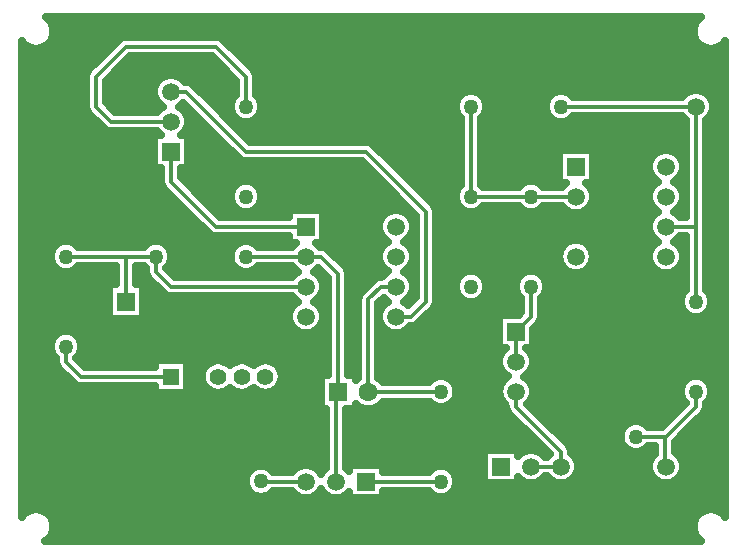
<source format=gtl>
G04 DipTrace 3.2.0.1*
G04 Top.gtl*
%MOIN*%
G04 #@! TF.FileFunction,Copper,L1,Top*
G04 #@! TF.Part,Single*
G04 #@! TA.AperFunction,Conductor*
%ADD14C,0.012992*%
G04 #@! TA.AperFunction,CopperBalancing*
%ADD15C,0.025*%
G04 #@! TA.AperFunction,ComponentPad*
%ADD16C,0.05*%
%ADD17C,0.05*%
%ADD18C,0.062992*%
%ADD19R,0.062992X0.062992*%
%ADD20R,0.059055X0.059055*%
%ADD21C,0.059055*%
%ADD22R,0.055118X0.055118*%
%ADD23C,0.055118*%
%ADD24C,0.059055*%
%FSLAX26Y26*%
G04*
G70*
G90*
G75*
G01*
G04 Top*
%LPD*%
X593701Y1093701D2*
D14*
Y1043701D1*
X643701Y993701D1*
X943701D1*
X593701Y1393701D2*
X793701D1*
Y1243701D1*
Y1393701D2*
X893701D1*
Y1343701D1*
X943701Y1293701D1*
X1393701D1*
X1193701Y1393701D2*
X1393701D1*
X1493701Y643701D2*
Y942127D1*
X1501568D1*
Y1335833D1*
X1443701Y1393701D1*
X1193701D1*
X2693701Y943701D2*
Y893701D1*
X2593701Y793701D1*
X2589176D1*
X2493701D1*
X2589176D2*
Y698226D1*
X2593701Y693701D1*
X1843701Y643701D2*
X1593701D1*
X943701Y1943701D2*
X993701D1*
X1193701Y1743701D1*
X1593701D1*
X1793701Y1543701D1*
Y1243701D1*
X1743701Y1193701D1*
X1693701D1*
X1393701Y1493701D2*
X1093701D1*
X943701Y1643701D1*
Y1743701D1*
X1193701Y1893701D2*
Y1993701D1*
X1093701Y2093701D1*
X793701D1*
X693701Y1993701D1*
Y1893701D1*
X743701Y1843701D1*
X943701D1*
X1601568Y942127D2*
X1843701D1*
Y943701D1*
X1693701Y1293701D2*
X1643701D1*
X1601568Y1251568D1*
Y942127D1*
X1943701Y1593701D2*
X2143701D1*
X2293701D1*
X1943701Y1893701D2*
Y1593701D1*
X2243701Y1893701D2*
X2693701D1*
Y1493701D1*
X2593701D1*
X2693701D2*
Y1243701D1*
X1243701Y644134D2*
X1244134Y643701D1*
X1393701D1*
X2093701Y943701D2*
Y893701D1*
X2243701Y743701D1*
Y693701D1*
X2143701D1*
Y1293701D2*
Y1193701D1*
X2093701Y1143701D1*
Y1043701D1*
X548923Y2166962D2*
D15*
X2688470D1*
X553804Y2142093D2*
X2683590D1*
X547380Y2117224D2*
X768056D1*
X1119338D2*
X2690013D1*
X448089Y2092356D2*
X465014D1*
X522369D2*
X743188D1*
X1144206D2*
X2715024D1*
X2772379D2*
X2789340D1*
X448089Y2067487D2*
X718320D1*
X1169074D2*
X2789340D1*
X448089Y2042618D2*
X693453D1*
X791788D2*
X1095643D1*
X1193942D2*
X2789340D1*
X448089Y2017749D2*
X668585D1*
X766884D2*
X1120510D1*
X1218809D2*
X2789340D1*
X448089Y1992881D2*
X658214D1*
X742016D2*
X914392D1*
X973039D2*
X1145378D1*
X1229180D2*
X2789340D1*
X448089Y1968012D2*
X658214D1*
X729205D2*
X890744D1*
X1018504D2*
X1158225D1*
X1229180D2*
X2789340D1*
X448089Y1943143D2*
X658214D1*
X729205D2*
X885182D1*
X1043407D2*
X1158225D1*
X1229180D2*
X1926828D1*
X1960571D2*
X2226820D1*
X2260599D2*
X2664858D1*
X2722536D2*
X2789340D1*
X448089Y1918274D2*
X658214D1*
X729205D2*
X891282D1*
X1068275D2*
X1145952D1*
X1241452D2*
X1895968D1*
X1991468D2*
X2195960D1*
X2746543D2*
X2789340D1*
X448089Y1893406D2*
X658214D1*
X743164D2*
X915361D1*
X972034D2*
X994844D1*
X1093143D2*
X1139708D1*
X1247696D2*
X1889724D1*
X1997676D2*
X2189716D1*
X2752212D2*
X2789340D1*
X448089Y1868537D2*
X669697D1*
X996399D2*
X1019712D1*
X1118011D2*
X1146275D1*
X1241129D2*
X1896291D1*
X1991109D2*
X2196282D1*
X2746256D2*
X2789340D1*
X448089Y1843668D2*
X694565D1*
X1002212D2*
X1044580D1*
X1142878D2*
X1179038D1*
X1208367D2*
X1908204D1*
X1979195D2*
X2229045D1*
X2258374D2*
X2658220D1*
X2729175D2*
X2789340D1*
X448089Y1818799D2*
X719576D1*
X996399D2*
X1069447D1*
X1167746D2*
X1908204D1*
X1979195D2*
X2658220D1*
X2729175D2*
X2789340D1*
X448089Y1793930D2*
X885182D1*
X1002212D2*
X1094315D1*
X1192614D2*
X1908204D1*
X1979195D2*
X2658220D1*
X2729175D2*
X2789340D1*
X448089Y1769062D2*
X885182D1*
X1002212D2*
X1119183D1*
X1617303D2*
X1908204D1*
X1979195D2*
X2658220D1*
X2729175D2*
X2789340D1*
X448089Y1744193D2*
X885182D1*
X1002212D2*
X1144050D1*
X1642350D2*
X1908204D1*
X1979195D2*
X2235181D1*
X2352211D2*
X2566930D1*
X2620482D2*
X2658220D1*
X2729175D2*
X2789340D1*
X448089Y1719324D2*
X885182D1*
X1002212D2*
X1168990D1*
X1667218D2*
X1908204D1*
X1979195D2*
X2235181D1*
X2352211D2*
X2541381D1*
X2646031D2*
X2658220D1*
X2729175D2*
X2789340D1*
X448089Y1694455D2*
X885182D1*
X1002212D2*
X1593787D1*
X1692086D2*
X1908204D1*
X1979195D2*
X2235181D1*
X2352211D2*
X2535173D1*
X2729175D2*
X2789340D1*
X448089Y1669587D2*
X908220D1*
X979175D2*
X1618655D1*
X1716954D2*
X1908204D1*
X1979195D2*
X2235181D1*
X2352211D2*
X2540627D1*
X2646749D2*
X2658220D1*
X2729175D2*
X2789340D1*
X448089Y1644718D2*
X908220D1*
X991842D2*
X1184205D1*
X1203164D2*
X1643522D1*
X1741821D2*
X1908204D1*
X1979195D2*
X2134239D1*
X2153213D2*
X2235181D1*
X2352211D2*
X2564024D1*
X2623388D2*
X2658220D1*
X2729175D2*
X2789340D1*
X448089Y1619849D2*
X918411D1*
X1016710D2*
X1146849D1*
X1240555D2*
X1668390D1*
X1766689D2*
X1896829D1*
X2345752D2*
X2541668D1*
X2645744D2*
X2658220D1*
X2729175D2*
X2789340D1*
X448089Y1594980D2*
X943278D1*
X1041577D2*
X1139708D1*
X1247660D2*
X1693258D1*
X1791557D2*
X1889724D1*
X2352211D2*
X2535209D1*
X2729175D2*
X2789340D1*
X448089Y1570112D2*
X968146D1*
X1066445D2*
X1145414D1*
X1241955D2*
X1718126D1*
X1816425D2*
X1895429D1*
X2347008D2*
X2540376D1*
X2647000D2*
X2658220D1*
X2729175D2*
X2789340D1*
X448089Y1545243D2*
X993014D1*
X1091313D2*
X1173798D1*
X1213606D2*
X1335170D1*
X1452236D2*
X1669251D1*
X1718138D2*
X1742993D1*
X1829163D2*
X1923778D1*
X1963621D2*
X2123796D1*
X2163604D2*
X2263099D1*
X2324293D2*
X2563091D1*
X2624321D2*
X2658220D1*
X2729175D2*
X2789340D1*
X448089Y1520374D2*
X1017882D1*
X1452236D2*
X1641944D1*
X1745446D2*
X1758208D1*
X1829199D2*
X2541955D1*
X2729175D2*
X2789340D1*
X448089Y1495505D2*
X1042749D1*
X1452236D2*
X1635197D1*
X1829199D2*
X2535209D1*
X2729175D2*
X2789340D1*
X448089Y1470637D2*
X1067617D1*
X1452236D2*
X1640149D1*
X1747240D2*
X1758208D1*
X1829199D2*
X2540161D1*
X2729175D2*
X2789340D1*
X448089Y1445768D2*
X1335170D1*
X1452236D2*
X1662218D1*
X1725207D2*
X1758208D1*
X1829199D2*
X2270527D1*
X2316865D2*
X2562194D1*
X2625182D2*
X2658220D1*
X2729175D2*
X2789340D1*
X448089Y1420899D2*
X547476D1*
X939917D2*
X1147495D1*
X1464867D2*
X1642231D1*
X1745159D2*
X1758208D1*
X1829199D2*
X2242214D1*
X2345178D2*
X2542242D1*
X2645170D2*
X2658220D1*
X2729175D2*
X2789340D1*
X448089Y1396030D2*
X539761D1*
X947633D2*
X1139744D1*
X1490524D2*
X1635233D1*
X1829199D2*
X2235217D1*
X2352175D2*
X2535244D1*
X2729175D2*
X2789340D1*
X448089Y1371161D2*
X544892D1*
X942501D2*
X1144912D1*
X1515392D2*
X1639898D1*
X1747491D2*
X1758208D1*
X1829199D2*
X2239918D1*
X2347475D2*
X2539909D1*
X2647502D2*
X2658220D1*
X2729175D2*
X2789340D1*
X448089Y1346293D2*
X571088D1*
X616314D2*
X758224D1*
X829179D2*
X858197D1*
X940276D2*
X1171107D1*
X1216297D2*
X1361365D1*
X1426040D2*
X1441961D1*
X1535344D2*
X1661357D1*
X1726032D2*
X1758208D1*
X1829199D2*
X2261340D1*
X2326052D2*
X2561368D1*
X2626044D2*
X2658220D1*
X2729175D2*
X2789340D1*
X448089Y1321424D2*
X758224D1*
X829179D2*
X866881D1*
X1444880D2*
X1466075D1*
X1537066D2*
X1623320D1*
X1744871D2*
X1758208D1*
X1829199D2*
X1897798D1*
X1989602D2*
X2097816D1*
X2189584D2*
X2658220D1*
X2729175D2*
X2789340D1*
X448089Y1296555D2*
X733212D1*
X854190D2*
X891677D1*
X1452164D2*
X1466075D1*
X1537066D2*
X1597411D1*
X1829199D2*
X1889796D1*
X1997604D2*
X2089778D1*
X2197622D2*
X2658220D1*
X2729175D2*
X2789340D1*
X448089Y1271686D2*
X733212D1*
X854190D2*
X916545D1*
X1447715D2*
X1466075D1*
X1537066D2*
X1572938D1*
X1747706D2*
X1758208D1*
X1829199D2*
X1894640D1*
X1992759D2*
X2094658D1*
X2192742D2*
X2647993D1*
X2739438D2*
X2789340D1*
X448089Y1246818D2*
X733212D1*
X854190D2*
X1360540D1*
X1426866D2*
X1466075D1*
X1537066D2*
X1566084D1*
X1645975D2*
X1660532D1*
X1726858D2*
X1747658D1*
X1829199D2*
X1919902D1*
X1967497D2*
X2108223D1*
X2179178D2*
X2639811D1*
X2747583D2*
X2789340D1*
X448089Y1221949D2*
X733212D1*
X854190D2*
X1342813D1*
X1444593D2*
X1466075D1*
X1537066D2*
X1566084D1*
X1821018D2*
X2108223D1*
X2179178D2*
X2644512D1*
X2742882D2*
X2789340D1*
X448089Y1197080D2*
X733212D1*
X854190D2*
X1335277D1*
X1452128D2*
X1466075D1*
X1537066D2*
X1566084D1*
X1796222D2*
X2035198D1*
X2179178D2*
X2669344D1*
X2718051D2*
X2789340D1*
X448089Y1172211D2*
X1339476D1*
X1447930D2*
X1466075D1*
X1537066D2*
X1566084D1*
X1771354D2*
X2035198D1*
X2171212D2*
X2789340D1*
X448089Y1147343D2*
X1359750D1*
X1427655D2*
X1466075D1*
X1537066D2*
X1566084D1*
X1637040D2*
X1659742D1*
X1727647D2*
X2035198D1*
X2152229D2*
X2789340D1*
X448089Y1122474D2*
X548481D1*
X638921D2*
X1466075D1*
X1537066D2*
X1566084D1*
X1637040D2*
X2035198D1*
X2152229D2*
X2789340D1*
X448089Y1097605D2*
X539868D1*
X647533D2*
X1466075D1*
X1537066D2*
X1566084D1*
X1637040D2*
X2035198D1*
X2152229D2*
X2789340D1*
X448089Y1072736D2*
X544175D1*
X643227D2*
X1466075D1*
X1537066D2*
X1566084D1*
X1637040D2*
X2043308D1*
X2144119D2*
X2789340D1*
X448089Y1047867D2*
X558205D1*
X638670D2*
X1466075D1*
X1537066D2*
X1566084D1*
X1637040D2*
X2035342D1*
X2152049D2*
X2789340D1*
X448089Y1022999D2*
X565526D1*
X1000239D2*
X1053263D1*
X1306582D2*
X1466075D1*
X1537066D2*
X1566084D1*
X1637040D2*
X2039146D1*
X2148246D2*
X2789340D1*
X448089Y998130D2*
X590106D1*
X1000239D2*
X1044795D1*
X1315015D2*
X1441064D1*
X1637040D2*
X2058631D1*
X2128796D2*
X2789340D1*
X448089Y973261D2*
X614974D1*
X1000239D2*
X1048634D1*
X1311211D2*
X1441064D1*
X1888372D2*
X2043631D1*
X2143796D2*
X2649033D1*
X2738361D2*
X2789340D1*
X448089Y948392D2*
X887156D1*
X1000239D2*
X1069196D1*
X1133154D2*
X1147962D1*
X1211884D2*
X1226692D1*
X1290649D2*
X1441064D1*
X1897487D2*
X2035378D1*
X2152013D2*
X2639919D1*
X2747476D2*
X2789340D1*
X448089Y923524D2*
X1441064D1*
X1893576D2*
X2038930D1*
X2148461D2*
X2643830D1*
X2743564D2*
X2789340D1*
X448089Y898655D2*
X1441064D1*
X1642458D2*
X1816269D1*
X1871148D2*
X2057913D1*
X2137911D2*
X2649500D1*
X2729175D2*
X2789340D1*
X448089Y873786D2*
X1458217D1*
X1529172D2*
X2064910D1*
X2162779D2*
X2624632D1*
X2722500D2*
X2789340D1*
X448089Y848917D2*
X1458217D1*
X1529172D2*
X2089348D1*
X2187646D2*
X2599764D1*
X2698063D2*
X2789340D1*
X448089Y824049D2*
X1458217D1*
X1529172D2*
X2114215D1*
X2212514D2*
X2449589D1*
X2673195D2*
X2789340D1*
X448089Y799180D2*
X1458217D1*
X1529172D2*
X2139083D1*
X2237382D2*
X2440008D1*
X2648328D2*
X2789340D1*
X448089Y774311D2*
X1458217D1*
X1529172D2*
X2163951D1*
X2262250D2*
X2443489D1*
X2624680D2*
X2789340D1*
X448089Y749442D2*
X1458217D1*
X1529172D2*
X1985176D1*
X2102206D2*
X2135638D1*
X2151797D2*
X2188819D1*
X2278685D2*
X2464876D1*
X2522518D2*
X2553689D1*
X2624680D2*
X2789340D1*
X448089Y724574D2*
X1458217D1*
X1529172D2*
X1985176D1*
X2292931D2*
X2544467D1*
X2642945D2*
X2789340D1*
X448089Y699705D2*
X1458217D1*
X1652219D2*
X1985176D1*
X2301902D2*
X2535496D1*
X2651880D2*
X2789340D1*
X448089Y674836D2*
X1199850D1*
X1887224D2*
X1985176D1*
X2298959D2*
X2538438D1*
X2648938D2*
X2789340D1*
X448089Y649967D2*
X1190054D1*
X1897308D2*
X1985176D1*
X2181223D2*
X2206186D1*
X2281197D2*
X2556201D1*
X2631211D2*
X2789340D1*
X448089Y625098D2*
X1193355D1*
X1894221D2*
X2789340D1*
X448089Y600230D2*
X1214312D1*
X1273102D2*
X1355875D1*
X1431531D2*
X1455884D1*
X1652219D2*
X1813613D1*
X1873803D2*
X2789340D1*
X448089Y575361D2*
X2789340D1*
X448089Y550492D2*
X481413D1*
X506006D2*
X2731387D1*
X2756016D2*
X2789340D1*
X544187Y525623D2*
X2693207D1*
X553409Y500755D2*
X2684020D1*
X551005Y475886D2*
X2686389D1*
X534928Y451017D2*
X2702465D1*
X2533217Y760718D2*
X2530111Y757290D1*
X2523967Y752043D1*
X2517078Y747821D1*
X2509613Y744729D1*
X2501756Y742843D1*
X2493701Y742209D1*
X2485646Y742843D1*
X2477789Y744729D1*
X2470324Y747821D1*
X2463434Y752043D1*
X2457290Y757290D1*
X2452043Y763434D1*
X2447821Y770324D1*
X2444729Y777789D1*
X2442843Y785646D1*
X2442209Y793701D1*
X2442843Y801756D1*
X2444729Y809613D1*
X2447821Y817078D1*
X2452043Y823967D1*
X2457290Y830111D1*
X2463434Y835359D1*
X2470324Y839581D1*
X2477789Y842673D1*
X2485646Y844559D1*
X2493701Y845193D1*
X2501756Y844559D1*
X2509613Y842673D1*
X2517078Y839581D1*
X2523967Y835359D1*
X2530111Y830111D1*
X2533217Y826683D1*
X2580002Y826689D1*
X2659006Y905658D1*
X2654546Y910259D1*
X2649797Y916796D1*
X2646128Y923996D1*
X2643631Y931680D1*
X2642367Y939661D1*
Y947741D1*
X2643631Y955721D1*
X2646128Y963406D1*
X2649797Y970605D1*
X2654546Y977142D1*
X2660259Y982856D1*
X2666796Y987605D1*
X2673996Y991273D1*
X2681680Y993770D1*
X2689661Y995034D1*
X2697741D1*
X2705721Y993770D1*
X2713406Y991273D1*
X2720605Y987605D1*
X2727142Y982856D1*
X2732856Y977142D1*
X2737605Y970605D1*
X2741273Y963406D1*
X2743770Y955721D1*
X2745034Y947741D1*
Y939661D1*
X2743770Y931680D1*
X2741273Y923996D1*
X2737605Y916796D1*
X2732856Y910259D1*
X2726683Y904184D1*
X2726587Y891113D1*
X2725778Y886000D1*
X2724178Y881077D1*
X2721828Y876464D1*
X2718785Y872277D1*
X2671557Y824904D1*
X2622164Y775328D1*
Y741920D1*
X2626628Y739022D1*
X2633313Y733313D1*
X2639022Y726628D1*
X2643615Y719133D1*
X2646979Y711012D1*
X2649031Y702464D1*
X2649720Y693701D1*
X2649031Y684937D1*
X2646979Y676390D1*
X2643615Y668268D1*
X2639022Y660773D1*
X2633313Y654089D1*
X2626628Y648380D1*
X2619133Y643787D1*
X2611012Y640423D1*
X2602464Y638371D1*
X2593701Y637681D1*
X2584937Y638371D1*
X2576390Y640423D1*
X2568268Y643787D1*
X2560773Y648380D1*
X2554089Y654089D1*
X2548380Y660773D1*
X2543787Y668268D1*
X2540423Y676390D1*
X2538371Y684937D1*
X2537681Y693701D1*
X2538371Y702464D1*
X2540423Y711012D1*
X2543787Y719133D1*
X2548380Y726628D1*
X2554089Y733313D1*
X2556196Y735260D1*
X2556188Y760700D1*
X2533232Y760713D1*
X1233217Y1360718D2*
X1230111Y1357290D1*
X1223967Y1352043D1*
X1217078Y1347821D1*
X1209613Y1344729D1*
X1201756Y1342843D1*
X1193701Y1342209D1*
X1185646Y1342843D1*
X1177789Y1344729D1*
X1170324Y1347821D1*
X1163434Y1352043D1*
X1157290Y1357290D1*
X1152043Y1363434D1*
X1147821Y1370324D1*
X1144729Y1377789D1*
X1142843Y1385646D1*
X1142209Y1393701D1*
X1142843Y1401756D1*
X1144729Y1409613D1*
X1147821Y1417078D1*
X1152043Y1423967D1*
X1157290Y1430111D1*
X1163434Y1435359D1*
X1170324Y1439581D1*
X1177789Y1442673D1*
X1185646Y1444559D1*
X1193701Y1445193D1*
X1201756Y1444559D1*
X1209613Y1442673D1*
X1217078Y1439581D1*
X1223967Y1435359D1*
X1230111Y1430111D1*
X1233217Y1426683D1*
X1348398Y1426689D1*
X1354089Y1433313D1*
X1359060Y1437671D1*
X1337681Y1437681D1*
Y1460683D1*
X1091113Y1460814D1*
X1086000Y1461624D1*
X1081077Y1463224D1*
X1076464Y1465574D1*
X1072277Y1468616D1*
X1024904Y1515845D1*
X918616Y1622277D1*
X915574Y1626464D1*
X913224Y1631077D1*
X911624Y1636000D1*
X910814Y1641113D1*
X910712Y1687659D1*
X887681Y1687681D1*
Y1799720D1*
X909032D1*
X904089Y1804089D1*
X898433Y1810706D1*
X741113Y1810814D1*
X736000Y1811624D1*
X731077Y1813224D1*
X726464Y1815574D1*
X722277Y1818616D1*
X674904Y1865845D1*
X668616Y1872277D1*
X665574Y1876464D1*
X663224Y1881077D1*
X661624Y1886000D1*
X660814Y1891113D1*
X660713Y1958005D1*
X660814Y1996289D1*
X661624Y2001402D1*
X663224Y2006325D1*
X665574Y2010937D1*
X668616Y2015125D1*
X715845Y2062497D1*
X772277Y2118785D1*
X776464Y2121828D1*
X781077Y2124178D1*
X786000Y2125778D1*
X791113Y2126587D1*
X858005Y2126689D1*
X1096289Y2126587D1*
X1101402Y2125778D1*
X1106325Y2124178D1*
X1110937Y2121828D1*
X1115125Y2118785D1*
X1162497Y2071557D1*
X1218785Y2015125D1*
X1221828Y2010937D1*
X1224178Y2006325D1*
X1225778Y2001402D1*
X1226587Y1996289D1*
X1226689Y1933236D1*
X1232856Y1927142D1*
X1237605Y1920605D1*
X1241273Y1913406D1*
X1243770Y1905721D1*
X1245034Y1897741D1*
Y1889661D1*
X1243770Y1881680D1*
X1241273Y1873996D1*
X1237605Y1866796D1*
X1232856Y1860259D1*
X1227142Y1854546D1*
X1220605Y1849797D1*
X1213406Y1846128D1*
X1205721Y1843631D1*
X1197741Y1842367D1*
X1189661D1*
X1181680Y1843631D1*
X1173996Y1846128D1*
X1166796Y1849797D1*
X1160259Y1854546D1*
X1154546Y1860259D1*
X1149797Y1866796D1*
X1146128Y1873996D1*
X1143631Y1881680D1*
X1142367Y1889661D1*
Y1897741D1*
X1143631Y1905721D1*
X1146128Y1913406D1*
X1149797Y1920605D1*
X1154546Y1927142D1*
X1160718Y1933217D1*
X1160713Y1980002D1*
X1080018Y2060731D1*
X807381Y2060713D1*
X726670Y1980018D1*
X726689Y1907399D1*
X757346Y1876708D1*
X898398Y1876689D1*
X904089Y1883313D1*
X910773Y1889022D1*
X918440Y1893694D1*
X910773Y1898380D1*
X904089Y1904089D1*
X898380Y1910773D1*
X893787Y1918268D1*
X890423Y1926390D1*
X888371Y1934937D1*
X887681Y1943701D1*
X888371Y1952464D1*
X890423Y1961012D1*
X893787Y1969133D1*
X898380Y1976628D1*
X904089Y1983313D1*
X910773Y1989022D1*
X918268Y1993615D1*
X926390Y1996979D1*
X934937Y1999031D1*
X943701Y1999720D1*
X952464Y1999031D1*
X961012Y1996979D1*
X969133Y1993615D1*
X976628Y1989022D1*
X983313Y1983313D1*
X988968Y1976696D1*
X996289Y1976587D1*
X1001402Y1975778D1*
X1006325Y1974178D1*
X1010937Y1971828D1*
X1015125Y1968785D1*
X1062497Y1921557D1*
X1207357Y1776697D1*
X1596289Y1776587D1*
X1601402Y1775778D1*
X1606325Y1774178D1*
X1610937Y1771828D1*
X1615125Y1768785D1*
X1662497Y1721557D1*
X1818785Y1565125D1*
X1821828Y1560937D1*
X1824178Y1556325D1*
X1825778Y1551402D1*
X1826587Y1546289D1*
X1826689Y1479396D1*
X1826587Y1241113D1*
X1825778Y1236000D1*
X1824178Y1231077D1*
X1821828Y1226464D1*
X1818785Y1222277D1*
X1771557Y1174904D1*
X1765125Y1168616D1*
X1760937Y1165574D1*
X1756325Y1163224D1*
X1751402Y1161624D1*
X1746289Y1160814D1*
X1739000Y1160712D1*
X1733313Y1154089D1*
X1726628Y1148380D1*
X1719133Y1143787D1*
X1711012Y1140423D1*
X1702464Y1138371D1*
X1693701Y1137681D1*
X1684937Y1138371D1*
X1676390Y1140423D1*
X1668268Y1143787D1*
X1660773Y1148380D1*
X1654089Y1154089D1*
X1648380Y1160773D1*
X1643787Y1168268D1*
X1640423Y1176390D1*
X1638371Y1184937D1*
X1637681Y1193701D1*
X1638371Y1202464D1*
X1640423Y1211012D1*
X1643787Y1219133D1*
X1648380Y1226628D1*
X1654089Y1233313D1*
X1660773Y1239022D1*
X1668440Y1243694D1*
X1660773Y1248380D1*
X1654089Y1254089D1*
X1652491Y1255817D1*
X1634574Y1237921D1*
X1634557Y989793D1*
X1639229Y986222D1*
X1645663Y979788D1*
X1649223Y975103D1*
X1802914Y975116D1*
X1807290Y980111D1*
X1813434Y985359D1*
X1820324Y989581D1*
X1827789Y992673D1*
X1835646Y994559D1*
X1843701Y995193D1*
X1851756Y994559D1*
X1859613Y992673D1*
X1867078Y989581D1*
X1873967Y985359D1*
X1880111Y980111D1*
X1885359Y973967D1*
X1889581Y967078D1*
X1892673Y959613D1*
X1894559Y951756D1*
X1895193Y943701D1*
X1894559Y935646D1*
X1892673Y927789D1*
X1889581Y920324D1*
X1885359Y913434D1*
X1880111Y907290D1*
X1873967Y902043D1*
X1867078Y897821D1*
X1859613Y894729D1*
X1851756Y892843D1*
X1843701Y892209D1*
X1835646Y892843D1*
X1827789Y894729D1*
X1820324Y897821D1*
X1813434Y902043D1*
X1807290Y907290D1*
X1805586Y909134D1*
X1649244Y909139D1*
X1645663Y904467D1*
X1639229Y898033D1*
X1631867Y892684D1*
X1623759Y888553D1*
X1615105Y885741D1*
X1606118Y884318D1*
X1597019D1*
X1588031Y885741D1*
X1579377Y888553D1*
X1571269Y892684D1*
X1563908Y898033D1*
X1559562Y902207D1*
X1559556Y884139D1*
X1526722D1*
X1526689Y688964D1*
X1533313Y683313D1*
X1537671Y678342D1*
X1537681Y699720D1*
X1649721D1*
Y676719D1*
X1804162Y676689D1*
X1810259Y682856D1*
X1816796Y687605D1*
X1823996Y691273D1*
X1831680Y693770D1*
X1839661Y695034D1*
X1847741D1*
X1855721Y693770D1*
X1863406Y691273D1*
X1870605Y687605D1*
X1877142Y682856D1*
X1882856Y677142D1*
X1887605Y670605D1*
X1891273Y663406D1*
X1893770Y655721D1*
X1895034Y647741D1*
Y639661D1*
X1893770Y631680D1*
X1891273Y623996D1*
X1887605Y616796D1*
X1882856Y610259D1*
X1877142Y604546D1*
X1870605Y599797D1*
X1863406Y596128D1*
X1855721Y593631D1*
X1847741Y592367D1*
X1839661D1*
X1831680Y593631D1*
X1823996Y596128D1*
X1816796Y599797D1*
X1810259Y604546D1*
X1804184Y610718D1*
X1649747Y610713D1*
X1649721Y587681D1*
X1537681D1*
Y609032D1*
X1533313Y604089D1*
X1526628Y598380D1*
X1519133Y593787D1*
X1511012Y590423D1*
X1502464Y588371D1*
X1493701Y587681D1*
X1484937Y588371D1*
X1476390Y590423D1*
X1468268Y593787D1*
X1460773Y598380D1*
X1454089Y604089D1*
X1448380Y610773D1*
X1443708Y618440D1*
X1439022Y610773D1*
X1433313Y604089D1*
X1426628Y598380D1*
X1419133Y593787D1*
X1411012Y590423D1*
X1402464Y588371D1*
X1393701Y587681D1*
X1384937Y588371D1*
X1376390Y590423D1*
X1368268Y593787D1*
X1360773Y598380D1*
X1354089Y604089D1*
X1348433Y610706D1*
X1282856Y610692D1*
X1277142Y604979D1*
X1270605Y600230D1*
X1263406Y596561D1*
X1255721Y594064D1*
X1247741Y592800D1*
X1239661D1*
X1231680Y594064D1*
X1223996Y596561D1*
X1216796Y600230D1*
X1210259Y604979D1*
X1204546Y610692D1*
X1199797Y617229D1*
X1196128Y624429D1*
X1193631Y632113D1*
X1192367Y640094D1*
Y648174D1*
X1193631Y656154D1*
X1196128Y663839D1*
X1199797Y671038D1*
X1204546Y677575D1*
X1210259Y683289D1*
X1216796Y688038D1*
X1223996Y691706D1*
X1231680Y694203D1*
X1239661Y695467D1*
X1247741D1*
X1255721Y694203D1*
X1263406Y691706D1*
X1270605Y688038D1*
X1277142Y683289D1*
X1282856Y677575D1*
X1283550Y676695D1*
X1348449Y676689D1*
X1354089Y683313D1*
X1360773Y689022D1*
X1368268Y693615D1*
X1376390Y696979D1*
X1384937Y699031D1*
X1393701Y699720D1*
X1402464Y699031D1*
X1411012Y696979D1*
X1419133Y693615D1*
X1426628Y689022D1*
X1433313Y683313D1*
X1439022Y676628D1*
X1443694Y668962D1*
X1448380Y676628D1*
X1454089Y683313D1*
X1460706Y688968D1*
X1460712Y884161D1*
X1443580Y884139D1*
Y1000115D1*
X1468591D1*
X1468580Y1322177D1*
X1434929Y1355820D1*
X1430083Y1351103D1*
X1422971Y1345936D1*
X1419133Y1343615D1*
X1426628Y1339022D1*
X1433313Y1333313D1*
X1439022Y1326628D1*
X1443615Y1319133D1*
X1446979Y1311012D1*
X1449031Y1302464D1*
X1449720Y1293701D1*
X1449031Y1284937D1*
X1446979Y1276390D1*
X1443615Y1268268D1*
X1439022Y1260773D1*
X1433313Y1254089D1*
X1426628Y1248380D1*
X1418962Y1243708D1*
X1426628Y1239022D1*
X1433313Y1233313D1*
X1439022Y1226628D1*
X1443615Y1219133D1*
X1446979Y1211012D1*
X1449031Y1202464D1*
X1449720Y1193701D1*
X1449031Y1184937D1*
X1446979Y1176390D1*
X1443615Y1168268D1*
X1439022Y1160773D1*
X1433313Y1154089D1*
X1426628Y1148380D1*
X1419133Y1143787D1*
X1411012Y1140423D1*
X1402464Y1138371D1*
X1393701Y1137681D1*
X1384937Y1138371D1*
X1376390Y1140423D1*
X1368268Y1143787D1*
X1360773Y1148380D1*
X1354089Y1154089D1*
X1348380Y1160773D1*
X1343787Y1168268D1*
X1340423Y1176390D1*
X1338371Y1184937D1*
X1337681Y1193701D1*
X1338371Y1202464D1*
X1340423Y1211012D1*
X1343787Y1219133D1*
X1348380Y1226628D1*
X1354089Y1233313D1*
X1360773Y1239022D1*
X1368440Y1243694D1*
X1360773Y1248380D1*
X1354089Y1254089D1*
X1348433Y1260706D1*
X941113Y1260814D1*
X936000Y1261624D1*
X931077Y1263224D1*
X926464Y1265574D1*
X922277Y1268616D1*
X874904Y1315845D1*
X868616Y1322277D1*
X865574Y1326464D1*
X863224Y1331077D1*
X861624Y1336000D1*
X860814Y1341113D1*
X860712Y1354143D1*
X854546Y1360259D1*
X854184Y1360718D1*
X826705Y1360712D1*
X826689Y1301658D1*
X851689Y1301689D1*
Y1185713D1*
X735713D1*
Y1301689D1*
X760724D1*
X760712Y1360719D1*
X633263Y1360712D1*
X627142Y1354546D1*
X620605Y1349797D1*
X613406Y1346128D1*
X605721Y1343631D1*
X597741Y1342367D1*
X589661D1*
X581680Y1343631D1*
X573996Y1346128D1*
X566796Y1349797D1*
X560259Y1354546D1*
X554546Y1360259D1*
X549797Y1366796D1*
X546128Y1373996D1*
X543631Y1381680D1*
X542367Y1389661D1*
Y1397741D1*
X543631Y1405721D1*
X546128Y1413406D1*
X549797Y1420605D1*
X554546Y1427142D1*
X560259Y1432856D1*
X566796Y1437605D1*
X573996Y1441273D1*
X581680Y1443770D1*
X589661Y1445034D1*
X597741D1*
X605721Y1443770D1*
X613406Y1441273D1*
X620605Y1437605D1*
X627142Y1432856D1*
X633217Y1426683D1*
X854166Y1426689D1*
X860259Y1432856D1*
X866796Y1437605D1*
X873996Y1441273D1*
X881680Y1443770D1*
X889661Y1445034D1*
X897741D1*
X905721Y1443770D1*
X913406Y1441273D1*
X920605Y1437605D1*
X927142Y1432856D1*
X932856Y1427142D1*
X937605Y1420605D1*
X941273Y1413406D1*
X943770Y1405721D1*
X945034Y1397741D1*
Y1389661D1*
X943770Y1381680D1*
X941273Y1373996D1*
X937605Y1366796D1*
X932856Y1360259D1*
X928383Y1355693D1*
X957346Y1326708D1*
X1348439Y1326689D1*
X1354089Y1333313D1*
X1360773Y1339022D1*
X1368440Y1343694D1*
X1360773Y1348380D1*
X1354089Y1354089D1*
X1348433Y1360706D1*
X1233263Y1360712D1*
X1559562Y982047D2*
X1563908Y986222D1*
X1568593Y989782D1*
X1568682Y1254156D1*
X1569491Y1259269D1*
X1571091Y1264192D1*
X1573441Y1268805D1*
X1576484Y1272992D1*
X1620375Y1317027D1*
X1624311Y1320389D1*
X1628724Y1323094D1*
X1633507Y1325074D1*
X1638540Y1326283D1*
X1643711Y1326689D1*
X1651103Y1330083D1*
X1657319Y1336298D1*
X1664431Y1341465D1*
X1668268Y1343787D1*
X1660773Y1348380D1*
X1654089Y1354089D1*
X1648380Y1360773D1*
X1643787Y1368268D1*
X1640423Y1376390D1*
X1638371Y1384937D1*
X1637681Y1393701D1*
X1638371Y1402464D1*
X1640423Y1411012D1*
X1643787Y1419133D1*
X1648380Y1426628D1*
X1654089Y1433313D1*
X1660773Y1439022D1*
X1668440Y1443694D1*
X1660773Y1448380D1*
X1654089Y1454089D1*
X1648380Y1460773D1*
X1643787Y1468268D1*
X1640423Y1476390D1*
X1638371Y1484937D1*
X1637681Y1493701D1*
X1638371Y1502464D1*
X1640423Y1511012D1*
X1643787Y1519133D1*
X1648380Y1526628D1*
X1654089Y1533313D1*
X1660773Y1539022D1*
X1668268Y1543615D1*
X1676390Y1546979D1*
X1684937Y1549031D1*
X1693701Y1549720D1*
X1702464Y1549031D1*
X1711012Y1546979D1*
X1719133Y1543615D1*
X1726628Y1539022D1*
X1733313Y1533313D1*
X1739022Y1526628D1*
X1743615Y1519133D1*
X1746979Y1511012D1*
X1749031Y1502464D1*
X1749720Y1493701D1*
X1749031Y1484937D1*
X1746979Y1476390D1*
X1743615Y1468268D1*
X1739022Y1460773D1*
X1733313Y1454089D1*
X1726628Y1448380D1*
X1718962Y1443708D1*
X1726628Y1439022D1*
X1733313Y1433313D1*
X1739022Y1426628D1*
X1743615Y1419133D1*
X1746979Y1411012D1*
X1749031Y1402464D1*
X1749720Y1393701D1*
X1749031Y1384937D1*
X1746979Y1376390D1*
X1743615Y1368268D1*
X1739022Y1360773D1*
X1733313Y1354089D1*
X1726628Y1348380D1*
X1718962Y1343708D1*
X1726628Y1339022D1*
X1733313Y1333313D1*
X1739022Y1326628D1*
X1743615Y1319133D1*
X1746979Y1311012D1*
X1749031Y1302464D1*
X1749720Y1293701D1*
X1749031Y1284937D1*
X1746979Y1276390D1*
X1743615Y1268268D1*
X1739022Y1260773D1*
X1733313Y1254089D1*
X1726628Y1248380D1*
X1718962Y1243708D1*
X1726628Y1239022D1*
X1733313Y1233313D1*
X1734911Y1231584D1*
X1760694Y1257346D1*
X1760712Y1530021D1*
X1580045Y1710705D1*
X1191113Y1710814D1*
X1186000Y1711624D1*
X1181077Y1713224D1*
X1176464Y1715574D1*
X1172277Y1718616D1*
X1124904Y1765845D1*
X984967Y1905782D1*
X980083Y1901103D1*
X972971Y1895936D1*
X969133Y1893615D1*
X976628Y1889022D1*
X983313Y1883313D1*
X989022Y1876628D1*
X993615Y1869133D1*
X996979Y1861012D1*
X999031Y1852464D1*
X999720Y1843701D1*
X999031Y1834937D1*
X996979Y1826390D1*
X993615Y1818268D1*
X989022Y1810773D1*
X983313Y1804089D1*
X978342Y1799731D1*
X999721Y1799720D1*
Y1687681D1*
X976719D1*
X976689Y1657399D1*
X1107370Y1526684D1*
X1337677Y1526689D1*
X1337681Y1549720D1*
X1449721D1*
Y1437681D1*
X1428369D1*
X1433313Y1433313D1*
X1438968Y1426696D1*
X1446289Y1426587D1*
X1451402Y1425778D1*
X1456325Y1424178D1*
X1460937Y1421828D1*
X1465125Y1418785D1*
X1512497Y1371557D1*
X1526653Y1357257D1*
X1529695Y1353070D1*
X1532045Y1348457D1*
X1533645Y1343534D1*
X1534455Y1338422D1*
X1534556Y1271529D1*
Y1000137D1*
X1559556Y1000115D1*
Y982066D1*
X2745034Y1239661D2*
X2743770Y1231680D1*
X2741273Y1223996D1*
X2737605Y1216796D1*
X2732856Y1210259D1*
X2727142Y1204546D1*
X2720605Y1199797D1*
X2713406Y1196128D1*
X2705721Y1193631D1*
X2697741Y1192367D1*
X2689661D1*
X2681680Y1193631D1*
X2673996Y1196128D1*
X2666796Y1199797D1*
X2660259Y1204546D1*
X2654546Y1210259D1*
X2649797Y1216796D1*
X2646128Y1223996D1*
X2643631Y1231680D1*
X2642367Y1239661D1*
Y1247741D1*
X2643631Y1255721D1*
X2646128Y1263406D1*
X2649797Y1270605D1*
X2654546Y1277142D1*
X2660718Y1283217D1*
X2660712Y1460692D1*
X2638977Y1460712D1*
X2633313Y1454089D1*
X2626628Y1448380D1*
X2618962Y1443708D1*
X2626628Y1439022D1*
X2633313Y1433313D1*
X2639022Y1426628D1*
X2643615Y1419133D1*
X2646979Y1411012D1*
X2649031Y1402464D1*
X2649720Y1393701D1*
X2649031Y1384937D1*
X2646979Y1376390D1*
X2643615Y1368268D1*
X2639022Y1360773D1*
X2633313Y1354089D1*
X2626628Y1348380D1*
X2619133Y1343787D1*
X2611012Y1340423D1*
X2602464Y1338371D1*
X2593701Y1337681D1*
X2584937Y1338371D1*
X2576390Y1340423D1*
X2568268Y1343787D1*
X2560773Y1348380D1*
X2554089Y1354089D1*
X2548380Y1360773D1*
X2543787Y1368268D1*
X2540423Y1376390D1*
X2538371Y1384937D1*
X2537681Y1393701D1*
X2538371Y1402464D1*
X2540423Y1411012D1*
X2543787Y1419133D1*
X2548380Y1426628D1*
X2554089Y1433313D1*
X2560773Y1439022D1*
X2568440Y1443694D1*
X2560773Y1448380D1*
X2554089Y1454089D1*
X2548380Y1460773D1*
X2543787Y1468268D1*
X2540423Y1476390D1*
X2538371Y1484937D1*
X2537681Y1493701D1*
X2538371Y1502464D1*
X2540423Y1511012D1*
X2543787Y1519133D1*
X2548380Y1526628D1*
X2554089Y1533313D1*
X2560773Y1539022D1*
X2568440Y1543694D1*
X2560773Y1548380D1*
X2554089Y1554089D1*
X2548380Y1560773D1*
X2543787Y1568268D1*
X2540423Y1576390D1*
X2538371Y1584937D1*
X2537681Y1593701D1*
X2538371Y1602464D1*
X2540423Y1611012D1*
X2543787Y1619133D1*
X2548380Y1626628D1*
X2554089Y1633313D1*
X2560773Y1639022D1*
X2568440Y1643694D1*
X2560773Y1648380D1*
X2554089Y1654089D1*
X2548380Y1660773D1*
X2543787Y1668268D1*
X2540423Y1676390D1*
X2538371Y1684937D1*
X2537681Y1693701D1*
X2538371Y1702464D1*
X2540423Y1711012D1*
X2543787Y1719133D1*
X2548380Y1726628D1*
X2554089Y1733313D1*
X2560773Y1739022D1*
X2568268Y1743615D1*
X2576390Y1746979D1*
X2584937Y1749031D1*
X2593701Y1749720D1*
X2602464Y1749031D1*
X2611012Y1746979D1*
X2619133Y1743615D1*
X2626628Y1739022D1*
X2633313Y1733313D1*
X2639022Y1726628D1*
X2643615Y1719133D1*
X2646979Y1711012D1*
X2649031Y1702464D1*
X2649720Y1693701D1*
X2649031Y1684937D1*
X2646979Y1676390D1*
X2643615Y1668268D1*
X2639022Y1660773D1*
X2633313Y1654089D1*
X2626628Y1648380D1*
X2618962Y1643708D1*
X2626628Y1639022D1*
X2633313Y1633313D1*
X2639022Y1626628D1*
X2643615Y1619133D1*
X2646979Y1611012D1*
X2649031Y1602464D1*
X2649720Y1593701D1*
X2649031Y1584937D1*
X2646979Y1576390D1*
X2643615Y1568268D1*
X2639022Y1560773D1*
X2633313Y1554089D1*
X2626628Y1548380D1*
X2618962Y1543708D1*
X2626628Y1539022D1*
X2633313Y1533313D1*
X2638968Y1526696D1*
X2660697Y1526689D1*
X2660712Y1848416D1*
X2654089Y1854089D1*
X2648433Y1860706D1*
X2283222Y1860712D1*
X2277142Y1854546D1*
X2270605Y1849797D1*
X2263406Y1846128D1*
X2255721Y1843631D1*
X2247741Y1842367D1*
X2239661D1*
X2231680Y1843631D1*
X2223996Y1846128D1*
X2216796Y1849797D1*
X2210259Y1854546D1*
X2204546Y1860259D1*
X2199797Y1866796D1*
X2196128Y1873996D1*
X2193631Y1881680D1*
X2192367Y1889661D1*
Y1897741D1*
X2193631Y1905721D1*
X2196128Y1913406D1*
X2199797Y1920605D1*
X2204546Y1927142D1*
X2210259Y1932856D1*
X2216796Y1937605D1*
X2223996Y1941273D1*
X2231680Y1943770D1*
X2239661Y1945034D1*
X2247741D1*
X2255721Y1943770D1*
X2263406Y1941273D1*
X2270605Y1937605D1*
X2277142Y1932856D1*
X2283217Y1926683D1*
X2648439Y1926689D1*
X2654089Y1933313D1*
X2660773Y1939022D1*
X2668268Y1943615D1*
X2676390Y1946979D1*
X2684937Y1949031D1*
X2693701Y1949720D1*
X2702464Y1949031D1*
X2711012Y1946979D1*
X2719133Y1943615D1*
X2726628Y1939022D1*
X2733313Y1933313D1*
X2739022Y1926628D1*
X2743615Y1919133D1*
X2746979Y1911012D1*
X2749031Y1902464D1*
X2749720Y1893701D1*
X2749031Y1884937D1*
X2746979Y1876390D1*
X2743615Y1868268D1*
X2739022Y1860773D1*
X2733313Y1854089D1*
X2726696Y1848433D1*
X2726689Y1283240D1*
X2732856Y1277142D1*
X2737605Y1270605D1*
X2741273Y1263406D1*
X2743770Y1255721D1*
X2745034Y1247741D1*
Y1239661D1*
X1245034Y1589661D2*
X1243770Y1581680D1*
X1241273Y1573996D1*
X1237605Y1566796D1*
X1232856Y1560259D1*
X1227142Y1554546D1*
X1220605Y1549797D1*
X1213406Y1546128D1*
X1205721Y1543631D1*
X1197741Y1542367D1*
X1189661D1*
X1181680Y1543631D1*
X1173996Y1546128D1*
X1166796Y1549797D1*
X1160259Y1554546D1*
X1154546Y1560259D1*
X1149797Y1566796D1*
X1146128Y1573996D1*
X1143631Y1581680D1*
X1142367Y1589661D1*
Y1597741D1*
X1143631Y1605721D1*
X1146128Y1613406D1*
X1149797Y1620605D1*
X1154546Y1627142D1*
X1160259Y1632856D1*
X1166796Y1637605D1*
X1173996Y1641273D1*
X1181680Y1643770D1*
X1189661Y1645034D1*
X1197741D1*
X1205721Y1643770D1*
X1213406Y1641273D1*
X1220605Y1637605D1*
X1227142Y1632856D1*
X1232856Y1627142D1*
X1237605Y1620605D1*
X1241273Y1613406D1*
X1243770Y1605721D1*
X1245034Y1597741D1*
Y1589661D1*
X645034Y1089661D2*
X643770Y1081680D1*
X641273Y1073996D1*
X637605Y1066796D1*
X632856Y1060259D1*
X628383Y1055693D1*
X657346Y1026708D1*
X889615Y1026689D1*
X889650Y1047752D1*
X997752D1*
Y939649D1*
X889650D1*
Y960713D1*
X641113Y960814D1*
X636000Y961624D1*
X631077Y963224D1*
X626464Y965574D1*
X622277Y968616D1*
X574904Y1015845D1*
X568616Y1022277D1*
X565574Y1026464D1*
X563224Y1031077D1*
X561624Y1036000D1*
X560814Y1041113D1*
X560713Y1054143D1*
X554546Y1060259D1*
X549797Y1066796D1*
X546128Y1073996D1*
X543631Y1081680D1*
X542367Y1089661D1*
Y1097741D1*
X543631Y1105721D1*
X546128Y1113406D1*
X549797Y1120605D1*
X554546Y1127142D1*
X560259Y1132856D1*
X566796Y1137605D1*
X573996Y1141273D1*
X581680Y1143770D1*
X589661Y1145034D1*
X597741D1*
X605721Y1143770D1*
X613406Y1141273D1*
X620605Y1137605D1*
X627142Y1132856D1*
X632856Y1127142D1*
X637605Y1120605D1*
X641273Y1113406D1*
X643770Y1105721D1*
X645034Y1097741D1*
Y1089661D1*
X1995034Y1889661D2*
X1993770Y1881680D1*
X1991273Y1873996D1*
X1987605Y1866796D1*
X1982856Y1860259D1*
X1976683Y1854184D1*
X1976689Y1633217D1*
X1982856Y1627142D1*
X1983217Y1626683D1*
X2104139Y1626689D1*
X2110259Y1632856D1*
X2116796Y1637605D1*
X2123996Y1641273D1*
X2131680Y1643770D1*
X2139661Y1645034D1*
X2147741D1*
X2155721Y1643770D1*
X2163406Y1641273D1*
X2170605Y1637605D1*
X2177142Y1632856D1*
X2183217Y1626683D1*
X2248447Y1626689D1*
X2254089Y1633313D1*
X2259060Y1637671D1*
X2237681Y1637681D1*
Y1749720D1*
X2349721D1*
Y1637681D1*
X2328370D1*
X2333313Y1633313D1*
X2339022Y1626628D1*
X2343615Y1619133D1*
X2346979Y1611012D1*
X2349031Y1602464D1*
X2349720Y1593701D1*
X2349031Y1584937D1*
X2346979Y1576390D1*
X2343615Y1568268D1*
X2339022Y1560773D1*
X2333313Y1554089D1*
X2326628Y1548380D1*
X2319133Y1543787D1*
X2311012Y1540423D1*
X2302464Y1538371D1*
X2293701Y1537681D1*
X2284937Y1538371D1*
X2276390Y1540423D1*
X2268268Y1543787D1*
X2260773Y1548380D1*
X2254089Y1554089D1*
X2248433Y1560706D1*
X2183213Y1560712D1*
X2177142Y1554546D1*
X2170605Y1549797D1*
X2163406Y1546128D1*
X2155721Y1543631D1*
X2147741Y1542367D1*
X2139661D1*
X2131680Y1543631D1*
X2123996Y1546128D1*
X2116796Y1549797D1*
X2110259Y1554546D1*
X2104184Y1560718D1*
X1983263Y1560713D1*
X1977142Y1554546D1*
X1970605Y1549797D1*
X1963406Y1546128D1*
X1955721Y1543631D1*
X1947741Y1542367D1*
X1939661D1*
X1931680Y1543631D1*
X1923996Y1546128D1*
X1916796Y1549797D1*
X1910259Y1554546D1*
X1904546Y1560259D1*
X1899797Y1566796D1*
X1896128Y1573996D1*
X1893631Y1581680D1*
X1892367Y1589661D1*
Y1597741D1*
X1893631Y1605721D1*
X1896128Y1613406D1*
X1899797Y1620605D1*
X1904546Y1627142D1*
X1910718Y1633217D1*
X1910712Y1854184D1*
X1904546Y1860259D1*
X1899797Y1866796D1*
X1896128Y1873996D1*
X1893631Y1881680D1*
X1892367Y1889661D1*
Y1897741D1*
X1893631Y1905721D1*
X1896128Y1913406D1*
X1899797Y1920605D1*
X1904546Y1927142D1*
X1910259Y1932856D1*
X1916796Y1937605D1*
X1923996Y1941273D1*
X1931680Y1943770D1*
X1939661Y1945034D1*
X1947741D1*
X1955721Y1943770D1*
X1963406Y1941273D1*
X1970605Y1937605D1*
X1977142Y1932856D1*
X1982856Y1927142D1*
X1987605Y1920605D1*
X1991273Y1913406D1*
X1993770Y1905721D1*
X1995034Y1897741D1*
Y1889661D1*
Y1289661D2*
X1993770Y1281680D1*
X1991273Y1273996D1*
X1987605Y1266796D1*
X1982856Y1260259D1*
X1977142Y1254546D1*
X1970605Y1249797D1*
X1963406Y1246128D1*
X1955721Y1243631D1*
X1947741Y1242367D1*
X1939661D1*
X1931680Y1243631D1*
X1923996Y1246128D1*
X1916796Y1249797D1*
X1910259Y1254546D1*
X1904546Y1260259D1*
X1899797Y1266796D1*
X1896128Y1273996D1*
X1893631Y1281680D1*
X1892367Y1289661D1*
Y1297741D1*
X1893631Y1305721D1*
X1896128Y1313406D1*
X1899797Y1320605D1*
X1904546Y1327142D1*
X1910259Y1332856D1*
X1916796Y1337605D1*
X1923996Y1341273D1*
X1931680Y1343770D1*
X1939661Y1345034D1*
X1947741D1*
X1955721Y1343770D1*
X1963406Y1341273D1*
X1970605Y1337605D1*
X1977142Y1332856D1*
X1982856Y1327142D1*
X1987605Y1320605D1*
X1991273Y1313406D1*
X1993770Y1305721D1*
X1995034Y1297741D1*
Y1289661D1*
X2046868Y1199720D2*
X2103098D1*
X2110694Y1207346D1*
X2110713Y1254166D1*
X2104546Y1260259D1*
X2099797Y1266796D1*
X2096128Y1273996D1*
X2093631Y1281680D1*
X2092367Y1289661D1*
Y1297741D1*
X2093631Y1305721D1*
X2096128Y1313406D1*
X2099797Y1320605D1*
X2104546Y1327142D1*
X2110259Y1332856D1*
X2116796Y1337605D1*
X2123996Y1341273D1*
X2131680Y1343770D1*
X2139661Y1345034D1*
X2147741D1*
X2155721Y1343770D1*
X2163406Y1341273D1*
X2170605Y1337605D1*
X2177142Y1332856D1*
X2182856Y1327142D1*
X2187605Y1320605D1*
X2191273Y1313406D1*
X2193770Y1305721D1*
X2195034Y1297741D1*
Y1289661D1*
X2193770Y1281680D1*
X2191273Y1273996D1*
X2187605Y1266796D1*
X2182856Y1260259D1*
X2176683Y1254184D1*
X2176587Y1191113D1*
X2175778Y1186000D1*
X2174178Y1181077D1*
X2171828Y1176464D1*
X2168785Y1172277D1*
X2149697Y1153044D1*
X2149721Y1087681D1*
X2128369D1*
X2133313Y1083313D1*
X2139022Y1076628D1*
X2143615Y1069133D1*
X2146979Y1061012D1*
X2149031Y1052464D1*
X2149720Y1043701D1*
X2149031Y1034937D1*
X2146979Y1026390D1*
X2143615Y1018268D1*
X2139022Y1010773D1*
X2133313Y1004089D1*
X2126628Y998380D1*
X2118962Y993708D1*
X2126628Y989022D1*
X2133313Y983313D1*
X2139022Y976628D1*
X2143615Y969133D1*
X2146979Y961012D1*
X2149031Y952464D1*
X2149720Y943701D1*
X2149031Y934937D1*
X2146979Y926390D1*
X2143615Y918268D1*
X2139022Y910773D1*
X2133313Y904089D1*
X2131584Y902491D1*
X2268785Y765125D1*
X2271828Y760937D1*
X2274178Y756325D1*
X2275778Y751402D1*
X2276587Y746289D1*
X2276689Y739000D1*
X2283313Y733313D1*
X2289022Y726628D1*
X2293615Y719133D1*
X2296979Y711012D1*
X2299031Y702464D1*
X2299720Y693701D1*
X2299031Y684937D1*
X2296979Y676390D1*
X2293615Y668268D1*
X2289022Y660773D1*
X2283313Y654089D1*
X2276628Y648380D1*
X2269133Y643787D1*
X2261012Y640423D1*
X2252464Y638371D1*
X2243701Y637681D1*
X2234937Y638371D1*
X2226390Y640423D1*
X2218268Y643787D1*
X2210773Y648380D1*
X2204089Y654089D1*
X2198433Y660706D1*
X2188977Y660713D1*
X2183313Y654089D1*
X2176628Y648380D1*
X2169133Y643787D1*
X2161012Y640423D1*
X2152464Y638371D1*
X2143701Y637681D1*
X2134937Y638371D1*
X2126390Y640423D1*
X2118268Y643787D1*
X2110773Y648380D1*
X2104089Y654089D1*
X2099731Y659060D1*
X2099721Y637681D1*
X1987681D1*
Y749720D1*
X2099721D1*
Y728369D1*
X2104089Y733313D1*
X2110773Y739022D1*
X2118268Y743615D1*
X2126390Y746979D1*
X2134937Y749031D1*
X2143701Y749720D1*
X2152464Y749031D1*
X2161012Y746979D1*
X2169133Y743615D1*
X2176628Y739022D1*
X2183313Y733313D1*
X2188968Y726696D1*
X2198424Y726689D1*
X2204089Y733313D1*
X2205817Y734911D1*
X2068616Y872277D1*
X2065574Y876465D1*
X2063224Y881077D1*
X2061624Y886000D1*
X2060814Y891113D1*
X2060713Y893711D1*
X2057319Y901103D1*
X2051103Y907319D1*
X2045936Y914431D1*
X2041945Y922263D1*
X2039229Y930623D1*
X2037854Y939306D1*
Y948096D1*
X2039229Y956778D1*
X2041945Y965139D1*
X2045936Y972971D1*
X2051103Y980083D1*
X2057319Y986298D1*
X2064431Y991465D1*
X2068268Y993787D1*
X2060773Y998380D1*
X2054089Y1004089D1*
X2048380Y1010773D1*
X2043787Y1018268D1*
X2040423Y1026390D1*
X2038371Y1034937D1*
X2037681Y1043701D1*
X2038371Y1052464D1*
X2040423Y1061012D1*
X2043787Y1069133D1*
X2048380Y1076628D1*
X2054089Y1083313D1*
X2059060Y1087671D1*
X2037681Y1087681D1*
Y1199720D1*
X2046868D1*
X1140515Y956686D2*
X1136285Y952600D1*
X1129423Y947615D1*
X1121866Y943764D1*
X1113799Y941143D1*
X1105422Y939816D1*
X1096940D1*
X1088563Y941143D1*
X1080497Y943764D1*
X1072939Y947615D1*
X1066078Y952600D1*
X1060080Y958597D1*
X1055095Y965459D1*
X1051244Y973016D1*
X1048623Y981083D1*
X1047297Y989460D1*
Y997942D1*
X1048623Y1006319D1*
X1051244Y1014385D1*
X1055095Y1021942D1*
X1060080Y1028804D1*
X1066078Y1034802D1*
X1072939Y1039787D1*
X1080497Y1043638D1*
X1088563Y1046259D1*
X1096940Y1047585D1*
X1105422D1*
X1113799Y1046259D1*
X1121866Y1043638D1*
X1129423Y1039787D1*
X1136285Y1034802D1*
X1140515Y1030716D1*
X1144818Y1034802D1*
X1151680Y1039787D1*
X1159237Y1043638D1*
X1167303Y1046259D1*
X1175680Y1047585D1*
X1184162D1*
X1192539Y1046259D1*
X1200606Y1043638D1*
X1208163Y1039787D1*
X1215025Y1034802D1*
X1219255Y1030716D1*
X1223558Y1034802D1*
X1230420Y1039787D1*
X1237977Y1043638D1*
X1246043Y1046259D1*
X1254421Y1047585D1*
X1262902D1*
X1271279Y1046259D1*
X1279346Y1043638D1*
X1286903Y1039787D1*
X1293765Y1034802D1*
X1299762Y1028804D1*
X1304748Y1021942D1*
X1308598Y1014385D1*
X1311219Y1006319D1*
X1312546Y997942D1*
Y989460D1*
X1311219Y981083D1*
X1308598Y973016D1*
X1304748Y965459D1*
X1299762Y958597D1*
X1293765Y952600D1*
X1286903Y947615D1*
X1279346Y943764D1*
X1271279Y941143D1*
X1262902Y939816D1*
X1254421D1*
X1246043Y941143D1*
X1237977Y943764D1*
X1230420Y947615D1*
X1223558Y952600D1*
X1219327Y956686D1*
X1215025Y952600D1*
X1208163Y947615D1*
X1200606Y943764D1*
X1192539Y941143D1*
X1184162Y939816D1*
X1175680D1*
X1167303Y941143D1*
X1159237Y943764D1*
X1151680Y947615D1*
X1144818Y952600D1*
X1140587Y956686D1*
X551154Y2139179D2*
X549740Y2130247D1*
X546945Y2121646D1*
X542839Y2113589D1*
X537524Y2106272D1*
X531129Y2099878D1*
X523813Y2094562D1*
X515755Y2090456D1*
X507155Y2087662D1*
X498222Y2086247D1*
X489179D1*
X480247Y2087662D1*
X471646Y2090456D1*
X463589Y2094562D1*
X456272Y2099878D1*
X449878Y2106272D1*
X445574Y2112075D1*
X445571Y525417D1*
X449878Y531129D1*
X456272Y537524D1*
X463589Y542839D1*
X471646Y546945D1*
X480247Y549740D1*
X489179Y551154D1*
X498222D1*
X507155Y549740D1*
X515755Y546945D1*
X523813Y542839D1*
X531129Y537524D1*
X537524Y531129D1*
X542839Y523813D1*
X546945Y515755D1*
X549740Y507155D1*
X551154Y498222D1*
Y489179D1*
X549740Y480247D1*
X546945Y471646D1*
X542839Y463589D1*
X537524Y456272D1*
X531129Y449878D1*
X525327Y445574D1*
X2711968Y445571D1*
X2706272Y449878D1*
X2699878Y456272D1*
X2694562Y463589D1*
X2690456Y471646D1*
X2687662Y480247D1*
X2686247Y489179D1*
Y498222D1*
X2687662Y507155D1*
X2690456Y515755D1*
X2694562Y523813D1*
X2699878Y531129D1*
X2706272Y537524D1*
X2713589Y542839D1*
X2721646Y546945D1*
X2730247Y549740D1*
X2739179Y551154D1*
X2748222D1*
X2757155Y549740D1*
X2765755Y546945D1*
X2773813Y542839D1*
X2781129Y537524D1*
X2787524Y531129D1*
X2791828Y525327D1*
X2791831Y2111984D1*
X2787524Y2106272D1*
X2781129Y2099878D1*
X2773813Y2094562D1*
X2765755Y2090456D1*
X2757155Y2087662D1*
X2748222Y2086247D1*
X2739179D1*
X2730247Y2087662D1*
X2721646Y2090456D1*
X2713589Y2094562D1*
X2706272Y2099878D1*
X2699878Y2106272D1*
X2694562Y2113589D1*
X2690456Y2121646D1*
X2687662Y2130247D1*
X2686247Y2139179D1*
Y2148222D1*
X2687662Y2157155D1*
X2690456Y2165755D1*
X2694562Y2173813D1*
X2699878Y2181129D1*
X2706272Y2187524D1*
X2712075Y2191828D1*
X525434Y2191831D1*
X531129Y2187524D1*
X537524Y2181129D1*
X542839Y2173813D1*
X546945Y2165755D1*
X549740Y2157155D1*
X551154Y2148222D1*
Y2139179D1*
X2349548Y1389306D2*
X2348173Y1380623D1*
X2345456Y1372263D1*
X2341465Y1364431D1*
X2336298Y1357319D1*
X2330083Y1351103D1*
X2322971Y1345936D1*
X2315139Y1341945D1*
X2306778Y1339229D1*
X2298096Y1337854D1*
X2289306D1*
X2280623Y1339229D1*
X2272263Y1341945D1*
X2264431Y1345936D1*
X2257319Y1351103D1*
X2251103Y1357319D1*
X2245936Y1364431D1*
X2241945Y1372263D1*
X2239229Y1380623D1*
X2237854Y1389306D1*
Y1398096D1*
X2239229Y1406778D1*
X2241945Y1415139D1*
X2245936Y1422971D1*
X2251103Y1430083D1*
X2257319Y1436298D1*
X2264431Y1441465D1*
X2272263Y1445456D1*
X2280623Y1448173D1*
X2289306Y1449548D1*
X2298096D1*
X2306778Y1448173D1*
X2315139Y1445456D1*
X2322971Y1441465D1*
X2330083Y1436298D1*
X2336298Y1430083D1*
X2341465Y1422971D1*
X2345456Y1415139D1*
X2348173Y1406778D1*
X2349548Y1398096D1*
Y1389306D1*
D16*
X2493701Y1093701D3*
D17*
Y793701D3*
D16*
X1193701Y1393701D3*
D17*
X893701D3*
D16*
X1243701Y644134D3*
D17*
X943701D3*
D18*
X1601568Y942127D3*
D19*
X1501568D3*
D16*
X1843701Y643701D3*
D17*
Y943701D3*
D18*
X793701Y1143701D3*
D19*
Y1243701D3*
D16*
X2693701Y943701D3*
D17*
Y1243701D3*
D16*
X1193701Y1593701D3*
D17*
Y1893701D3*
D20*
X1593701Y643701D3*
D21*
X1493701D3*
X1393701D3*
D16*
X593701Y1393701D3*
D17*
Y1093701D3*
D16*
X2243701Y1893701D3*
D17*
X1943701D3*
D16*
Y1593701D3*
D17*
Y1293701D3*
D20*
X2093701Y1143701D3*
D21*
Y1043701D3*
Y943701D3*
D20*
X2043701Y693701D3*
D21*
X2143701D3*
X2243701D3*
D16*
X2143701Y1293701D3*
D17*
Y1593701D3*
D20*
X943701Y1743701D3*
D21*
Y1843701D3*
Y1943701D3*
D20*
X1393701Y1493701D3*
D21*
Y1393701D3*
Y1293701D3*
Y1193701D3*
X1693701D3*
Y1293701D3*
Y1393701D3*
Y1493701D3*
D22*
X943701Y993701D3*
D23*
X1022441D3*
X1101181D3*
X1179921D3*
X1258661D3*
D24*
X2593701Y693701D3*
X2693701Y1893701D3*
D20*
X2293701Y1693701D3*
D21*
Y1593701D3*
Y1493701D3*
Y1393701D3*
X2593701D3*
Y1493701D3*
Y1593701D3*
Y1693701D3*
M02*

</source>
